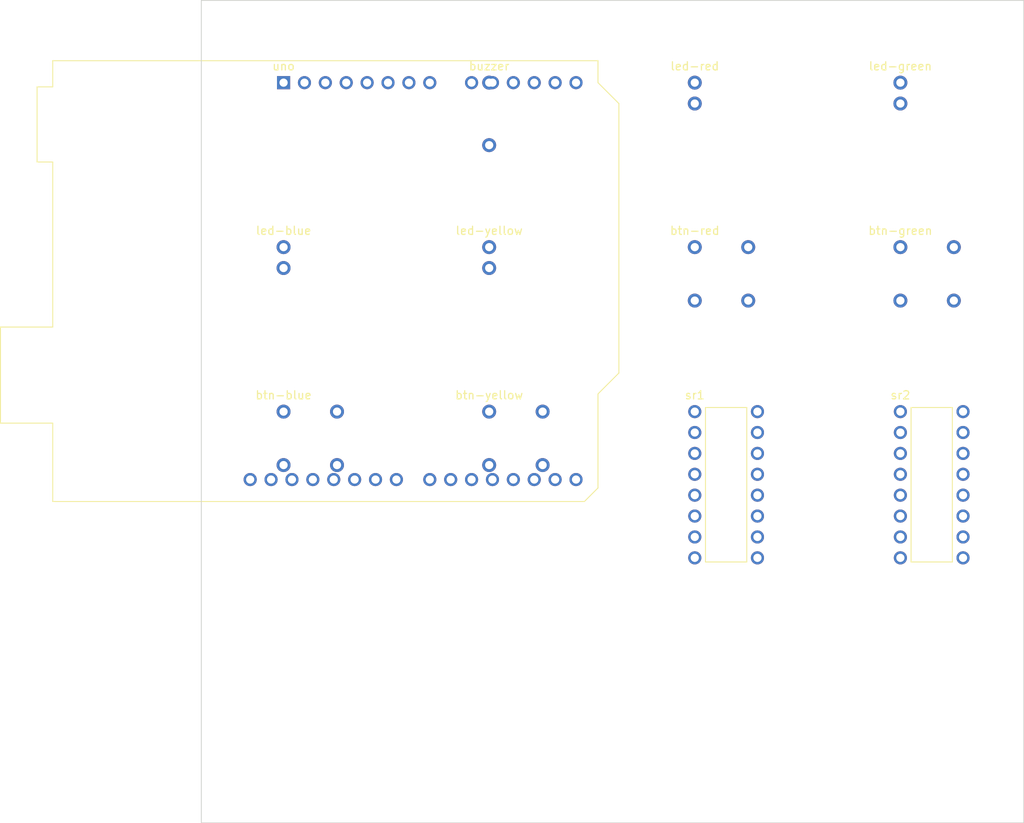
<source format=kicad_pcb>
(kicad_pcb (version 20240108) (generator sparkbench) (generator_version "1.0")
  (layers (0 F.Cu signal) (31 B.Cu signal) (36 B.SilkS user) (37 F.SilkS user) (38 B.Mask user) (39 F.Mask user) (44 Edge.Cuts user))
  (title_block (title "Sparkbench PCB Editor Alpha"))
  (net 0 "")
  (net 1 Net-1)
  (net 2 Net-2)
  (net 3 Net-3)
  (net 4 Net-4)
  (net 5 Net-5)
  (net 6 Net-6)
  (net 7 Net-7)
  (net 8 Net-8)
  (net 9 Net-9)
  (net 10 Net-10)
  (net 11 Net-11)
  (net 12 Net-12)
  (net 13 Net-13)
  (net 14 Net-14)
  (net 15 Net-15)
  (net 16 Net-16)
  (net 17 Net-17)
  (net 18 Net-18)
  (net 19 Net-19)
  (net 20 Net-20)
  (net 21 Net-21)
  (net 22 Net-22)
  (net 23 Net-23)
  (net 24 Net-24)
  (net 25 Net-25)
  (net 26 Net-26)
  (net 27 Net-27)
  (net 28 Net-28)
  (net 29 Net-29)
  (net 30 Net-30)
  (footprint Arduino-Uno-Shield (layer F.Cu) (at 10 10)
    (fp_text reference uno (at 0 -2) (layer F.SilkS))
    (fp_text value Arduino-Uno-Shield)
    (fp_line (start -34.42 29.72) (end -34.42 41.4) (layer F.SilkS) (stroke (width 0.12)))
    (fp_line (start -34.42 41.4) (end -28.07 41.4) (layer F.SilkS) (stroke (width 0.12)))
    (fp_line (start -29.97 0.51) (end -29.97 9.65) (layer F.SilkS) (stroke (width 0.12)))
    (fp_line (start -29.97 9.65) (end -28.07 9.65) (layer F.SilkS) (stroke (width 0.12)))
    (fp_line (start -28.07 -2.67) (end -28.07 0.51) (layer F.SilkS) (stroke (width 0.12)))
    (fp_line (start -28.07 0.51) (end -29.97 0.51) (layer F.SilkS) (stroke (width 0.12)))
    (fp_line (start -28.07 9.65) (end -28.07 29.72) (layer F.SilkS) (stroke (width 0.12)))
    (fp_line (start -28.07 29.72) (end -34.42 29.72) (layer F.SilkS) (stroke (width 0.12)))
    (fp_line (start -28.07 41.4) (end -28.07 50.93) (layer F.SilkS) (stroke (width 0.12)))
    (fp_line (start -28.07 50.93) (end 36.58 50.93) (layer F.SilkS) (stroke (width 0.12)))
    (fp_line (start 36.58 50.93) (end 38.23 49.28) (layer F.SilkS) (stroke (width 0.12)))
    (fp_line (start 38.23 -2.67) (end -28.07 -2.67) (layer F.SilkS) (stroke (width 0.12)))
    (fp_line (start 38.23 0) (end 38.23 -2.67) (layer F.SilkS) (stroke (width 0.12)))
    (fp_line (start 38.23 37.85) (end 40.77 35.31) (layer F.SilkS) (stroke (width 0.12)))
    (fp_line (start 38.23 49.28) (end 38.23 37.85) (layer F.SilkS) (stroke (width 0.12)))
    (fp_line (start 40.77 2.54) (end 38.23 0) (layer F.SilkS) (stroke (width 0.12)))
    (fp_line (start 40.77 35.31) (end 40.77 2.54) (layer F.SilkS) (stroke (width 0.12)))
    (pad uno:0 thru_hole rect (at 0 0) (size 1.6 1.6) (layers F.Cu B.Cu) (drill 1))
    (pad uno:1 thru_hole circle (at 2.54 0) (size 1.6 1.6) (layers F.Cu B.Cu) (drill 1))
    (pad uno:2 thru_hole circle (at 5.08 0) (size 1.6 1.6) (layers F.Cu B.Cu) (drill 1) (net 2 Net-2))
    (pad uno:3 thru_hole circle (at 7.62 0) (size 1.6 1.6) (layers F.Cu B.Cu) (drill 1) (net 3 Net-3))
    (pad uno:4 thru_hole circle (at 10.16 0) (size 1.6 1.6) (layers F.Cu B.Cu) (drill 1) (net 4 Net-4))
    (pad uno:5 thru_hole circle (at 12.7 0) (size 1.6 1.6) (layers F.Cu B.Cu) (drill 1) (net 5 Net-5))
    (pad uno:6 thru_hole circle (at 15.24 0) (size 1.6 1.6) (layers F.Cu B.Cu) (drill 1))
    (pad uno:7 thru_hole circle (at 17.78 0) (size 1.6 1.6) (layers F.Cu B.Cu) (drill 1))
    (pad uno:8 thru_hole circle (at 22.86 0) (size 1.6 1.6) (layers F.Cu B.Cu) (drill 1) (net 6 Net-6))
    (pad uno:9 thru_hole circle (at 25.4 0) (size 1.6 1.6) (layers F.Cu B.Cu) (drill 1) (net 7 Net-7))
    (pad uno:10 thru_hole circle (at 27.94 0) (size 1.6 1.6) (layers F.Cu B.Cu) (drill 1) (net 8 Net-8))
    (pad uno:11 thru_hole circle (at 30.48 0) (size 1.6 1.6) (layers F.Cu B.Cu) (drill 1) (net 9 Net-9))
    (pad uno:12 thru_hole circle (at 33.02 0) (size 1.6 1.6) (layers F.Cu B.Cu) (drill 1) (net 10 Net-10))
    (pad uno:13 thru_hole circle (at 35.56 0) (size 1.6 1.6) (layers F.Cu B.Cu) (drill 1))
    (pad uno:A0 thru_hole circle (at 35.56 48.26) (size 1.6 1.6) (layers F.Cu B.Cu) (drill 1) (net 14 Net-14))
    (pad uno:A1 thru_hole circle (at 33.02 48.26) (size 1.6 1.6) (layers F.Cu B.Cu) (drill 1) (net 13 Net-13))
    (pad uno:A2 thru_hole circle (at 30.48 48.26) (size 1.6 1.6) (layers F.Cu B.Cu) (drill 1) (net 12 Net-12))
    (pad uno:A3 thru_hole circle (at 27.94 48.26) (size 1.6 1.6) (layers F.Cu B.Cu) (drill 1))
    (pad uno:A4 thru_hole circle (at 25.4 48.26) (size 1.6 1.6) (layers F.Cu B.Cu) (drill 1))
    (pad uno:A5 thru_hole circle (at 22.86 48.26) (size 1.6 1.6) (layers F.Cu B.Cu) (drill 1))
    (pad uno:GND.1 thru_hole circle (at 20.32 48.26) (size 1.6 1.6) (layers F.Cu B.Cu) (drill 1) (net 1 Net-1))
    (pad uno:AREF thru_hole circle (at 17.78 48.26) (size 1.6 1.6) (layers F.Cu B.Cu) (drill 1))
    (pad uno:VIN thru_hole circle (at 13.72 48.26) (size 1.6 1.6) (layers F.Cu B.Cu) (drill 1))
    (pad uno:GND.2 thru_hole circle (at 11.18 48.26) (size 1.6 1.6) (layers F.Cu B.Cu) (drill 1))
    (pad uno:GND.3 thru_hole circle (at 8.64 48.26) (size 1.6 1.6) (layers F.Cu B.Cu) (drill 1) (net 16 Net-16))
    (pad uno:5V thru_hole circle (at 6.1 48.26) (size 1.6 1.6) (layers F.Cu B.Cu) (drill 1) (net 11 Net-11))
    (pad uno:3.3V thru_hole circle (at 3.56 48.26) (size 1.6 1.6) (layers F.Cu B.Cu) (drill 1))
    (pad uno:RESET thru_hole circle (at 1.02 48.26) (size 1.6 1.6) (layers F.Cu B.Cu) (drill 1))
    (pad uno:IOREF thru_hole circle (at -1.52 48.26) (size 1.6 1.6) (layers F.Cu B.Cu) (drill 1))
    (pad uno:NC thru_hole circle (at -4.06 48.26) (size 1.6 1.6) (layers F.Cu B.Cu) (drill 1))
  )
  (footprint Buzzer-12mm (layer F.Cu) (at 35 10)
    (fp_text reference buzzer (at 0 -2) (layer F.SilkS))
    (fp_text value Buzzer-12mm)
    (pad buzzer:1 thru_hole circle (at 0 0) (size 1.7 1.7) (layers F.Cu B.Cu) (drill 1) (net 1 Net-1))
    (pad buzzer:2 thru_hole circle (at 0 7.6) (size 1.7 1.7) (layers F.Cu B.Cu) (drill 1) (net 6 Net-6))
  )
  (footprint LED-THT-3mm (layer F.Cu) (at 60 10)
    (fp_text reference led-red (at 0 -2) (layer F.SilkS))
    (fp_text value LED-THT-3mm)
    (pad led-red:1 thru_hole circle (at 0 0) (size 1.7 1.7) (layers F.Cu B.Cu) (drill 1))
    (pad led-red:2 thru_hole circle (at 0 2.54) (size 1.7 1.7) (layers F.Cu B.Cu) (drill 1))
  )
  (footprint LED-THT-3mm (layer F.Cu) (at 85 10)
    (fp_text reference led-green (at 0 -2) (layer F.SilkS))
    (fp_text value LED-THT-3mm)
    (pad led-green:1 thru_hole circle (at 0 0) (size 1.7 1.7) (layers F.Cu B.Cu) (drill 1))
    (pad led-green:2 thru_hole circle (at 0 2.54) (size 1.7 1.7) (layers F.Cu B.Cu) (drill 1))
  )
  (footprint LED-THT-3mm (layer F.Cu) (at 10 30)
    (fp_text reference led-blue (at 0 -2) (layer F.SilkS))
    (fp_text value LED-THT-3mm)
    (pad led-blue:1 thru_hole circle (at 0 0) (size 1.7 1.7) (layers F.Cu B.Cu) (drill 1))
    (pad led-blue:2 thru_hole circle (at 0 2.54) (size 1.7 1.7) (layers F.Cu B.Cu) (drill 1))
  )
  (footprint LED-THT-3mm (layer F.Cu) (at 35 30)
    (fp_text reference led-yellow (at 0 -2) (layer F.SilkS))
    (fp_text value LED-THT-3mm)
    (pad led-yellow:1 thru_hole circle (at 0 0) (size 1.7 1.7) (layers F.Cu B.Cu) (drill 1))
    (pad led-yellow:2 thru_hole circle (at 0 2.54) (size 1.7 1.7) (layers F.Cu B.Cu) (drill 1))
  )
  (footprint SW-THT-6mm (layer F.Cu) (at 60 30)
    (fp_text reference btn-red (at 0 -2) (layer F.SilkS))
    (fp_text value SW-THT-6mm)
    (pad btn-red:1 thru_hole circle (at 0 0) (size 1.7 1.7) (layers F.Cu B.Cu) (drill 1))
    (pad btn-red:2 thru_hole circle (at 6.5 0) (size 1.7 1.7) (layers F.Cu B.Cu) (drill 1))
    (pad btn-red:3 thru_hole circle (at 0 6.5) (size 1.7 1.7) (layers F.Cu B.Cu) (drill 1))
    (pad btn-red:4 thru_hole circle (at 6.5 6.5) (size 1.7 1.7) (layers F.Cu B.Cu) (drill 1))
  )
  (footprint SW-THT-6mm (layer F.Cu) (at 85 30)
    (fp_text reference btn-green (at 0 -2) (layer F.SilkS))
    (fp_text value SW-THT-6mm)
    (pad btn-green:1 thru_hole circle (at 0 0) (size 1.7 1.7) (layers F.Cu B.Cu) (drill 1))
    (pad btn-green:2 thru_hole circle (at 6.5 0) (size 1.7 1.7) (layers F.Cu B.Cu) (drill 1))
    (pad btn-green:3 thru_hole circle (at 0 6.5) (size 1.7 1.7) (layers F.Cu B.Cu) (drill 1))
    (pad btn-green:4 thru_hole circle (at 6.5 6.5) (size 1.7 1.7) (layers F.Cu B.Cu) (drill 1))
  )
  (footprint SW-THT-6mm (layer F.Cu) (at 10 50)
    (fp_text reference btn-blue (at 0 -2) (layer F.SilkS))
    (fp_text value SW-THT-6mm)
    (pad btn-blue:1 thru_hole circle (at 0 0) (size 1.7 1.7) (layers F.Cu B.Cu) (drill 1))
    (pad btn-blue:2 thru_hole circle (at 6.5 0) (size 1.7 1.7) (layers F.Cu B.Cu) (drill 1))
    (pad btn-blue:3 thru_hole circle (at 0 6.5) (size 1.7 1.7) (layers F.Cu B.Cu) (drill 1))
    (pad btn-blue:4 thru_hole circle (at 6.5 6.5) (size 1.7 1.7) (layers F.Cu B.Cu) (drill 1))
  )
  (footprint SW-THT-6mm (layer F.Cu) (at 35 50)
    (fp_text reference btn-yellow (at 0 -2) (layer F.SilkS))
    (fp_text value SW-THT-6mm)
    (pad btn-yellow:1 thru_hole circle (at 0 0) (size 1.7 1.7) (layers F.Cu B.Cu) (drill 1))
    (pad btn-yellow:2 thru_hole circle (at 6.5 0) (size 1.7 1.7) (layers F.Cu B.Cu) (drill 1))
    (pad btn-yellow:3 thru_hole circle (at 0 6.5) (size 1.7 1.7) (layers F.Cu B.Cu) (drill 1))
    (pad btn-yellow:4 thru_hole circle (at 6.5 6.5) (size 1.7 1.7) (layers F.Cu B.Cu) (drill 1))
  )
  (footprint DIP-16 (layer F.Cu) (at 60 50)
    (fp_text reference sr1 (at 0 -2) (layer F.SilkS))
    (fp_text value DIP-16)
    (fp_line (start 1.3 -0.5) (end 6.32 -0.5) (layer F.SilkS) (stroke (width 0.12)))
    (fp_line (start 6.32 -0.5) (end 6.32 18.28) (layer F.SilkS) (stroke (width 0.12)))
    (fp_line (start 6.32 18.28) (end 1.3 18.28) (layer F.SilkS) (stroke (width 0.12)))
    (fp_line (start 1.3 18.28) (end 1.3 -0.5) (layer F.SilkS) (stroke (width 0.12)))
    (pad sr1:1 thru_hole circle (at 0 0) (size 1.6 1.6) (layers F.Cu B.Cu) (drill 1))
    (pad sr1:16 thru_hole circle (at 7.62 0) (size 1.6 1.6) (layers F.Cu B.Cu) (drill 1))
    (pad sr1:2 thru_hole circle (at 0 2.54) (size 1.6 1.6) (layers F.Cu B.Cu) (drill 1))
    (pad sr1:15 thru_hole circle (at 7.62 2.54) (size 1.6 1.6) (layers F.Cu B.Cu) (drill 1))
    (pad sr1:3 thru_hole circle (at 0 5.08) (size 1.6 1.6) (layers F.Cu B.Cu) (drill 1))
    (pad sr1:14 thru_hole circle (at 7.62 5.08) (size 1.6 1.6) (layers F.Cu B.Cu) (drill 1))
    (pad sr1:4 thru_hole circle (at 0 7.62) (size 1.6 1.6) (layers F.Cu B.Cu) (drill 1))
    (pad sr1:13 thru_hole circle (at 7.62 7.62) (size 1.6 1.6) (layers F.Cu B.Cu) (drill 1))
    (pad sr1:5 thru_hole circle (at 0 10.16) (size 1.6 1.6) (layers F.Cu B.Cu) (drill 1))
    (pad sr1:12 thru_hole circle (at 7.62 10.16) (size 1.6 1.6) (layers F.Cu B.Cu) (drill 1))
    (pad sr1:6 thru_hole circle (at 0 12.7) (size 1.6 1.6) (layers F.Cu B.Cu) (drill 1))
    (pad sr1:11 thru_hole circle (at 7.62 12.7) (size 1.6 1.6) (layers F.Cu B.Cu) (drill 1))
    (pad sr1:7 thru_hole circle (at 0 15.24) (size 1.6 1.6) (layers F.Cu B.Cu) (drill 1))
    (pad sr1:10 thru_hole circle (at 7.62 15.24) (size 1.6 1.6) (layers F.Cu B.Cu) (drill 1))
    (pad sr1:8 thru_hole circle (at 0 17.78) (size 1.6 1.6) (layers F.Cu B.Cu) (drill 1))
    (pad sr1:9 thru_hole circle (at 7.62 17.78) (size 1.6 1.6) (layers F.Cu B.Cu) (drill 1))
  )
  (footprint DIP-16 (layer F.Cu) (at 85 50)
    (fp_text reference sr2 (at 0 -2) (layer F.SilkS))
    (fp_text value DIP-16)
    (fp_line (start 1.3 -0.5) (end 6.32 -0.5) (layer F.SilkS) (stroke (width 0.12)))
    (fp_line (start 6.32 -0.5) (end 6.32 18.28) (layer F.SilkS) (stroke (width 0.12)))
    (fp_line (start 6.32 18.28) (end 1.3 18.28) (layer F.SilkS) (stroke (width 0.12)))
    (fp_line (start 1.3 18.28) (end 1.3 -0.5) (layer F.SilkS) (stroke (width 0.12)))
    (pad sr2:1 thru_hole circle (at 0 0) (size 1.6 1.6) (layers F.Cu B.Cu) (drill 1))
    (pad sr2:16 thru_hole circle (at 7.62 0) (size 1.6 1.6) (layers F.Cu B.Cu) (drill 1))
    (pad sr2:2 thru_hole circle (at 0 2.54) (size 1.6 1.6) (layers F.Cu B.Cu) (drill 1))
    (pad sr2:15 thru_hole circle (at 7.62 2.54) (size 1.6 1.6) (layers F.Cu B.Cu) (drill 1))
    (pad sr2:3 thru_hole circle (at 0 5.08) (size 1.6 1.6) (layers F.Cu B.Cu) (drill 1))
    (pad sr2:14 thru_hole circle (at 7.62 5.08) (size 1.6 1.6) (layers F.Cu B.Cu) (drill 1))
    (pad sr2:4 thru_hole circle (at 0 7.62) (size 1.6 1.6) (layers F.Cu B.Cu) (drill 1))
    (pad sr2:13 thru_hole circle (at 7.62 7.62) (size 1.6 1.6) (layers F.Cu B.Cu) (drill 1))
    (pad sr2:5 thru_hole circle (at 0 10.16) (size 1.6 1.6) (layers F.Cu B.Cu) (drill 1))
    (pad sr2:12 thru_hole circle (at 7.62 10.16) (size 1.6 1.6) (layers F.Cu B.Cu) (drill 1))
    (pad sr2:6 thru_hole circle (at 0 12.7) (size 1.6 1.6) (layers F.Cu B.Cu) (drill 1))
    (pad sr2:11 thru_hole circle (at 7.62 12.7) (size 1.6 1.6) (layers F.Cu B.Cu) (drill 1))
    (pad sr2:7 thru_hole circle (at 0 15.24) (size 1.6 1.6) (layers F.Cu B.Cu) (drill 1))
    (pad sr2:10 thru_hole circle (at 7.62 15.24) (size 1.6 1.6) (layers F.Cu B.Cu) (drill 1))
    (pad sr2:8 thru_hole circle (at 0 17.78) (size 1.6 1.6) (layers F.Cu B.Cu) (drill 1))
    (pad sr2:9 thru_hole circle (at 7.62 17.78) (size 1.6 1.6) (layers F.Cu B.Cu) (drill 1))
  )
  (gr_line (start 0 0) (end 100 0) (layer Edge.Cuts) (width 0.1))
  (gr_line (start 100 0) (end 100 100) (layer Edge.Cuts) (width 0.1))
  (gr_line (start 100 100) (end 0 100) (layer Edge.Cuts) (width 0.1))
  (gr_line (start 0 100) (end 0 0) (layer Edge.Cuts) (width 0.1))
)
</source>
